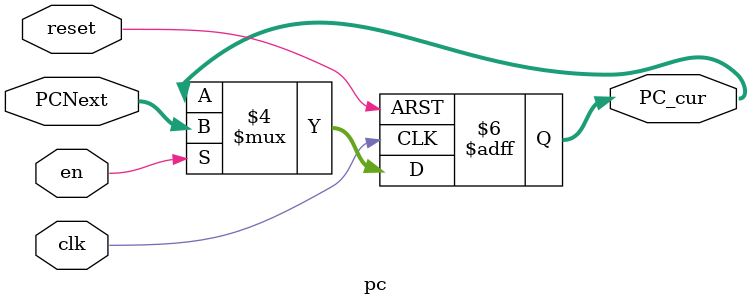
<source format=v>
`timescale 1ns / 1ps

module pc (
    input wire [31:0] PCNext,
    input wire clk,
    input wire reset,
    input wire en,
    output reg [31:0] PC_cur
);

    always @(posedge clk or posedge reset) begin
        if (reset == 1'b1) begin
            PC_cur <= 32'b0;
        end
        else if (en == 1'b1) begin
            PC_cur <= PCNext;
        end
    end

endmodule
</source>
